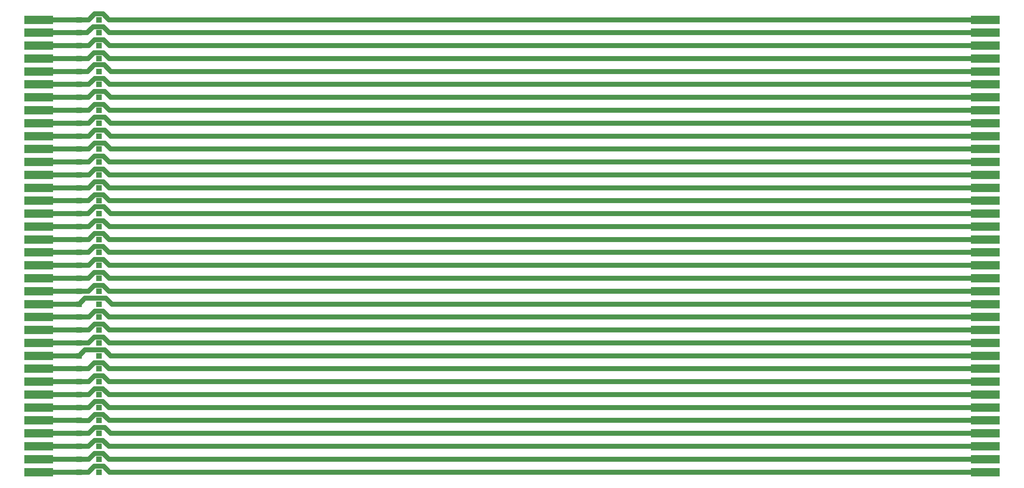
<source format=gbr>
%TF.GenerationSoftware,KiCad,Pcbnew,8.0.2*%
%TF.CreationDate,2024-05-24T22:49:43+02:00*%
%TF.ProjectId,Extender_72pin,45787465-6e64-4657-925f-373270696e2e,rev?*%
%TF.SameCoordinates,Original*%
%TF.FileFunction,Copper,L1,Top*%
%TF.FilePolarity,Positive*%
%FSLAX46Y46*%
G04 Gerber Fmt 4.6, Leading zero omitted, Abs format (unit mm)*
G04 Created by KiCad (PCBNEW 8.0.2) date 2024-05-24 22:49:43*
%MOMM*%
%LPD*%
G01*
G04 APERTURE LIST*
%TA.AperFunction,SMDPad,CuDef*%
%ADD10R,8.800000X2.600000*%
%TD*%
%TA.AperFunction,ComponentPad*%
%ADD11R,1.700000X1.700000*%
%TD*%
%TA.AperFunction,Conductor*%
%ADD12C,1.500000*%
%TD*%
G04 APERTURE END LIST*
D10*
%TO.P,J2,A,Pin_A*%
%TO.N,/A*%
X57400000Y-181500000D03*
%TO.P,J2,B,Pin_B*%
%TO.N,/B*%
X57400000Y-177540000D03*
%TO.P,J2,C,Pin_C*%
%TO.N,/C*%
X57400000Y-173580000D03*
%TO.P,J2,D,Pin_D*%
%TO.N,/D*%
X57400000Y-169620000D03*
%TO.P,J2,E,Pin_E*%
%TO.N,/E*%
X57400000Y-165660000D03*
%TO.P,J2,F,Pin_F*%
%TO.N,/F*%
X57400000Y-161700000D03*
%TO.P,J2,H,Pin_H*%
%TO.N,/H*%
X57400000Y-157740000D03*
%TO.P,J2,J,Pin_J*%
%TO.N,/J*%
X57400000Y-153780000D03*
%TO.P,J2,K,Pin_K*%
%TO.N,/K*%
X57400000Y-149820000D03*
%TO.P,J2,L,Pin_L*%
%TO.N,/L*%
X57400000Y-145860000D03*
%TO.P,J2,M,Pin_M*%
%TO.N,/M*%
X57400000Y-141900000D03*
%TO.P,J2,N,Pin_N*%
%TO.N,/N*%
X57400000Y-137940000D03*
%TO.P,J2,P,Pin_P*%
%TO.N,/P*%
X57400000Y-133980000D03*
%TO.P,J2,R,Pin_R*%
%TO.N,/R*%
X57400000Y-130020000D03*
%TO.P,J2,S,Pin_S*%
%TO.N,/S*%
X57400000Y-126060000D03*
%TO.P,J2,T,Pin_T*%
%TO.N,/T*%
X57400000Y-122100000D03*
%TO.P,J2,U,Pin_U*%
%TO.N,/U*%
X57400000Y-118140000D03*
%TO.P,J2,V,Pin_V*%
%TO.N,/V*%
X57400000Y-114180000D03*
%TO.P,J2,W,Pin_W*%
%TO.N,/W*%
X57400000Y-110220000D03*
%TO.P,J2,X,Pin_X*%
%TO.N,/X*%
X57400000Y-106260000D03*
%TO.P,J2,Y,Pin_Y*%
%TO.N,/Y*%
X57400000Y-102300000D03*
%TO.P,J2,Z,Pin_Z*%
%TO.N,/Z*%
X57400000Y-98340000D03*
%TO.P,J2,~{A},Pin_~{A}*%
%TO.N,/~{A}*%
X57400000Y-94380000D03*
%TO.P,J2,~{B},Pin_~{B}*%
%TO.N,/~{B}*%
X57400000Y-90420000D03*
%TO.P,J2,~{C},Pin_~{C}*%
%TO.N,/~{C}*%
X57400000Y-86460000D03*
%TO.P,J2,~{D},Pin_~{D}*%
%TO.N,/~{D}*%
X57400000Y-82500000D03*
%TO.P,J2,~{E},Pin_~{E}*%
%TO.N,/~{E}*%
X57400000Y-78540000D03*
%TO.P,J2,~{F},Pin_~{F}*%
%TO.N,/~{F}*%
X57400000Y-74580000D03*
%TO.P,J2,~{H},Pin_~{H}*%
%TO.N,/~{H}*%
X57400000Y-70620000D03*
%TO.P,J2,~{J},Pin_~{J}*%
%TO.N,/~{J}*%
X57400000Y-66660000D03*
%TO.P,J2,~{K},Pin_~{K}*%
%TO.N,/~{K}*%
X57400000Y-62700000D03*
%TO.P,J2,~{L},Pin_~{L}*%
%TO.N,/~{L}*%
X57400000Y-58740000D03*
%TO.P,J2,~{M},Pin_~{M}*%
%TO.N,/~{M}*%
X57400000Y-54780000D03*
%TO.P,J2,~{N},Pin_~{N}*%
%TO.N,/~{N}*%
X57400000Y-50820000D03*
%TO.P,J2,~{P},Pin_~{P}*%
%TO.N,/~{P}*%
X57400000Y-46860000D03*
%TO.P,J2,~{R},Pin_~{R}*%
%TO.N,/~{R}*%
X57400000Y-42900000D03*
%TD*%
D11*
%TO.P,J74,1,Pin_1*%
%TO.N,/36*%
X75820000Y-42900000D03*
%TD*%
%TO.P,J54,1,Pin_1*%
%TO.N,/24*%
X75820000Y-90420000D03*
%TD*%
%TO.P,J66,1,Pin_1*%
%TO.N,/~{R}*%
X69730000Y-42900000D03*
%TD*%
%TO.P,J6,1,Pin_1*%
%TO.N,/D*%
X69730000Y-169620000D03*
%TD*%
%TO.P,J73,1,Pin_1*%
%TO.N,/35*%
X75820000Y-46860000D03*
%TD*%
%TO.P,J48,1,Pin_1*%
%TO.N,/18*%
X75820000Y-114180000D03*
%TD*%
%TO.P,J37,1,Pin_1*%
%TO.N,/7*%
X75820000Y-157740000D03*
%TD*%
D10*
%TO.P,J1,A,Pin_A*%
%TO.N,/A*%
X347290000Y-181500000D03*
%TO.P,J1,B,Pin_B*%
%TO.N,/B*%
X347290000Y-177540000D03*
%TO.P,J1,C,Pin_C*%
%TO.N,/C*%
X347290000Y-173580000D03*
%TO.P,J1,D,Pin_D*%
%TO.N,/D*%
X347290000Y-169620000D03*
%TO.P,J1,E,Pin_E*%
%TO.N,/E*%
X347290000Y-165660000D03*
%TO.P,J1,F,Pin_F*%
%TO.N,/F*%
X347290000Y-161700000D03*
%TO.P,J1,H,Pin_H*%
%TO.N,/H*%
X347290000Y-157740000D03*
%TO.P,J1,J,Pin_J*%
%TO.N,/J*%
X347290000Y-153780000D03*
%TO.P,J1,K,Pin_K*%
%TO.N,/K*%
X347290000Y-149820000D03*
%TO.P,J1,L,Pin_L*%
%TO.N,/L*%
X347290000Y-145860000D03*
%TO.P,J1,M,Pin_M*%
%TO.N,/M*%
X347290000Y-141900000D03*
%TO.P,J1,N,Pin_N*%
%TO.N,/N*%
X347290000Y-137940000D03*
%TO.P,J1,P,Pin_P*%
%TO.N,/P*%
X347290000Y-133980000D03*
%TO.P,J1,R,Pin_R*%
%TO.N,/R*%
X347290000Y-130020000D03*
%TO.P,J1,S,Pin_S*%
%TO.N,/S*%
X347290000Y-126060000D03*
%TO.P,J1,T,Pin_T*%
%TO.N,/T*%
X347290000Y-122100000D03*
%TO.P,J1,U,Pin_U*%
%TO.N,/U*%
X347290000Y-118140000D03*
%TO.P,J1,V,Pin_V*%
%TO.N,/V*%
X347290000Y-114180000D03*
%TO.P,J1,W,Pin_W*%
%TO.N,/W*%
X347290000Y-110220000D03*
%TO.P,J1,X,Pin_X*%
%TO.N,/X*%
X347290000Y-106260000D03*
%TO.P,J1,Y,Pin_Y*%
%TO.N,/Y*%
X347290000Y-102300000D03*
%TO.P,J1,Z,Pin_Z*%
%TO.N,/Z*%
X347290000Y-98340000D03*
%TO.P,J1,~{A},Pin_~{A}*%
%TO.N,/~{A}*%
X347290000Y-94380000D03*
%TO.P,J1,~{B},Pin_~{B}*%
%TO.N,/~{B}*%
X347290000Y-90420000D03*
%TO.P,J1,~{C},Pin_~{C}*%
%TO.N,/~{C}*%
X347290000Y-86460000D03*
%TO.P,J1,~{D},Pin_~{D}*%
%TO.N,/~{D}*%
X347290000Y-82500000D03*
%TO.P,J1,~{E},Pin_~{E}*%
%TO.N,/~{E}*%
X347290000Y-78540000D03*
%TO.P,J1,~{F},Pin_~{F}*%
%TO.N,/~{F}*%
X347290000Y-74580000D03*
%TO.P,J1,~{H},Pin_~{H}*%
%TO.N,/~{H}*%
X347290000Y-70620000D03*
%TO.P,J1,~{J},Pin_~{J}*%
%TO.N,/~{J}*%
X347290000Y-66660000D03*
%TO.P,J1,~{K},Pin_~{K}*%
%TO.N,/~{K}*%
X347290000Y-62700000D03*
%TO.P,J1,~{L},Pin_~{L}*%
%TO.N,/~{L}*%
X347290000Y-58740000D03*
%TO.P,J1,~{M},Pin_~{M}*%
%TO.N,/~{M}*%
X347290000Y-54780000D03*
%TO.P,J1,~{N},Pin_~{N}*%
%TO.N,/~{N}*%
X347290000Y-50820000D03*
%TO.P,J1,~{P},Pin_~{P}*%
%TO.N,/~{P}*%
X347290000Y-46860000D03*
%TO.P,J1,~{R},Pin_~{R}*%
%TO.N,/~{R}*%
X347290000Y-42900000D03*
%TD*%
D11*
%TO.P,J3,1,Pin_1*%
%TO.N,/A*%
X69730000Y-181500000D03*
%TD*%
%TO.P,J60,1,Pin_1*%
%TO.N,/~{K}*%
X69730000Y-62700000D03*
%TD*%
%TO.P,J28,1,Pin_1*%
%TO.N,/~{D}*%
X69730000Y-82500000D03*
%TD*%
%TO.P,J61,1,Pin_1*%
%TO.N,/~{L}*%
X69730000Y-58740000D03*
%TD*%
%TO.P,J51,1,Pin_1*%
%TO.N,/21*%
X75820000Y-102300000D03*
%TD*%
%TO.P,J27,1,Pin_1*%
%TO.N,/~{C}*%
X69730000Y-86460000D03*
%TD*%
%TO.P,J35,1,Pin_1*%
%TO.N,/5*%
X75820000Y-165660000D03*
%TD*%
%TO.P,J17,1,Pin_1*%
%TO.N,/S*%
X69730000Y-126060000D03*
%TD*%
%TO.P,J59,1,Pin_1*%
%TO.N,/~{J}*%
X69730000Y-66660000D03*
%TD*%
%TO.P,J55,1,Pin_1*%
%TO.N,/25*%
X75820000Y-86460000D03*
%TD*%
%TO.P,J23,1,Pin_1*%
%TO.N,/Y*%
X69730000Y-102300000D03*
%TD*%
%TO.P,J22,1,Pin_1*%
%TO.N,/X*%
X69730000Y-106260000D03*
%TD*%
%TO.P,J7,1,Pin_1*%
%TO.N,/E*%
X69730000Y-165660000D03*
%TD*%
%TO.P,J67,1,Pin_1*%
%TO.N,/29*%
X75820000Y-70620000D03*
%TD*%
%TO.P,J15,1,Pin_1*%
%TO.N,/P*%
X69730000Y-133980000D03*
%TD*%
%TO.P,J40,1,Pin_1*%
%TO.N,/10*%
X75820000Y-145860000D03*
%TD*%
%TO.P,J65,1,Pin_1*%
%TO.N,/~{F}*%
X69730000Y-74580000D03*
%TD*%
%TO.P,J21,1,Pin_1*%
%TO.N,/W*%
X69730000Y-110220000D03*
%TD*%
%TO.P,J11,1,Pin_1*%
%TO.N,/K*%
X69730000Y-149820000D03*
%TD*%
%TO.P,J68,1,Pin_1*%
%TO.N,/30*%
X75820000Y-66660000D03*
%TD*%
%TO.P,J12,1,Pin_1*%
%TO.N,/L*%
X69730000Y-145860000D03*
%TD*%
%TO.P,J29,1,Pin_1*%
%TO.N,/~{E}*%
X69730000Y-78540000D03*
%TD*%
%TO.P,J49,1,Pin_1*%
%TO.N,/19*%
X75820000Y-110220000D03*
%TD*%
%TO.P,J72,1,Pin_1*%
%TO.N,/34*%
X75820000Y-50820000D03*
%TD*%
%TO.P,J19,1,Pin_1*%
%TO.N,/U*%
X69730000Y-118140000D03*
%TD*%
%TO.P,J39,1,Pin_1*%
%TO.N,/9*%
X75820000Y-149820000D03*
%TD*%
%TO.P,J5,1,Pin_1*%
%TO.N,/C*%
X69730000Y-173580000D03*
%TD*%
%TO.P,J24,1,Pin_1*%
%TO.N,/Z*%
X69730000Y-98340000D03*
%TD*%
%TO.P,J8,1,Pin_1*%
%TO.N,/F*%
X69730000Y-161700000D03*
%TD*%
%TO.P,J38,1,Pin_1*%
%TO.N,/8*%
X75820000Y-153780000D03*
%TD*%
%TO.P,J9,1,Pin_1*%
%TO.N,/H*%
X69730000Y-157740000D03*
%TD*%
%TO.P,J69,1,Pin_1*%
%TO.N,/31*%
X75820000Y-62700000D03*
%TD*%
%TO.P,J71,1,Pin_1*%
%TO.N,/33*%
X75820000Y-54780000D03*
%TD*%
%TO.P,J47,1,Pin_1*%
%TO.N,/17*%
X75820000Y-118140000D03*
%TD*%
%TO.P,J33,1,Pin_1*%
%TO.N,/3*%
X75820000Y-173580000D03*
%TD*%
%TO.P,J13,1,Pin_1*%
%TO.N,/M*%
X69730000Y-141900000D03*
%TD*%
%TO.P,J18,1,Pin_1*%
%TO.N,/T*%
X69730000Y-122100000D03*
%TD*%
%TO.P,J16,1,Pin_1*%
%TO.N,/R*%
X69730000Y-130020000D03*
%TD*%
%TO.P,J36,1,Pin_1*%
%TO.N,/6*%
X75820000Y-161700000D03*
%TD*%
%TO.P,J43,1,Pin_1*%
%TO.N,/13*%
X75820000Y-133980000D03*
%TD*%
%TO.P,J10,1,Pin_1*%
%TO.N,/J*%
X69730000Y-153780000D03*
%TD*%
%TO.P,J32,1,Pin_1*%
%TO.N,/2*%
X75820000Y-177540000D03*
%TD*%
%TO.P,J50,1,Pin_1*%
%TO.N,/20*%
X75820000Y-106260000D03*
%TD*%
%TO.P,J52,1,Pin_1*%
%TO.N,/22*%
X75820000Y-98340000D03*
%TD*%
%TO.P,J44,1,Pin_1*%
%TO.N,/14*%
X75820000Y-130020000D03*
%TD*%
%TO.P,J4,1,Pin_1*%
%TO.N,/B*%
X69730000Y-177540000D03*
%TD*%
%TO.P,J56,1,Pin_1*%
%TO.N,/26*%
X75820000Y-82500000D03*
%TD*%
%TO.P,J25,1,Pin_1*%
%TO.N,/~{A}*%
X69730000Y-94380000D03*
%TD*%
%TO.P,J26,1,Pin_1*%
%TO.N,/~{B}*%
X69730000Y-90420000D03*
%TD*%
%TO.P,J53,1,Pin_1*%
%TO.N,/23*%
X75820000Y-94380000D03*
%TD*%
%TO.P,J63,1,Pin_1*%
%TO.N,/~{N}*%
X69730000Y-50820000D03*
%TD*%
%TO.P,J42,1,Pin_1*%
%TO.N,/12*%
X75820000Y-137940000D03*
%TD*%
%TO.P,J58,1,Pin_1*%
%TO.N,/28*%
X75820000Y-74580000D03*
%TD*%
%TO.P,J57,1,Pin_1*%
%TO.N,/27*%
X75820000Y-78540000D03*
%TD*%
%TO.P,J46,1,Pin_1*%
%TO.N,/16*%
X75820000Y-122100000D03*
%TD*%
%TO.P,J70,1,Pin_1*%
%TO.N,/32*%
X75820000Y-58740000D03*
%TD*%
%TO.P,J41,1,Pin_1*%
%TO.N,/11*%
X75820000Y-141900000D03*
%TD*%
%TO.P,J14,1,Pin_1*%
%TO.N,/N*%
X69730000Y-137940000D03*
%TD*%
%TO.P,J34,1,Pin_1*%
%TO.N,/4*%
X75820000Y-169620000D03*
%TD*%
%TO.P,J45,1,Pin_1*%
%TO.N,/15*%
X75820000Y-126060000D03*
%TD*%
%TO.P,J20,1,Pin_1*%
%TO.N,/V*%
X69730000Y-114180000D03*
%TD*%
%TO.P,J31,1,Pin_1*%
%TO.N,/1*%
X75820000Y-181500000D03*
%TD*%
%TO.P,J64,1,Pin_1*%
%TO.N,/~{P}*%
X69730000Y-46860000D03*
%TD*%
%TO.P,J30,1,Pin_1*%
%TO.N,/~{H}*%
X69730000Y-70620000D03*
%TD*%
%TO.P,J62,1,Pin_1*%
%TO.N,/~{M}*%
X69730000Y-54780000D03*
%TD*%
D12*
%TO.N,/Z*%
X347290000Y-98340000D02*
X79000000Y-98340000D01*
X79000000Y-98340000D02*
X77200000Y-96540000D01*
X72660000Y-98340000D02*
X69730000Y-98340000D01*
X77200000Y-96540000D02*
X74460000Y-96540000D01*
X74460000Y-96540000D02*
X72660000Y-98340000D01*
%TO.N,/X*%
X347290000Y-106260000D02*
X79030000Y-106260000D01*
X77230000Y-104460000D02*
X74550000Y-104460000D01*
X74550000Y-104460000D02*
X72750000Y-106260000D01*
X79030000Y-106260000D02*
X77230000Y-104460000D01*
X72750000Y-106260000D02*
X69730000Y-106260000D01*
%TO.N,/W*%
X347290000Y-110220000D02*
X79000000Y-110220000D01*
X79000000Y-110220000D02*
X77200000Y-108420000D01*
X77200000Y-108420000D02*
X74480000Y-108420000D01*
X72680000Y-110220000D02*
X69730000Y-110220000D01*
X74480000Y-108420000D02*
X72680000Y-110220000D01*
%TO.N,/V*%
X347290000Y-114180000D02*
X78930000Y-114180000D01*
X78930000Y-114180000D02*
X77130000Y-112380000D01*
X77130000Y-112380000D02*
X74430000Y-112380000D01*
X74430000Y-112380000D02*
X72630000Y-114180000D01*
X72630000Y-114180000D02*
X69730000Y-114180000D01*
%TO.N,/U*%
X347290000Y-118140000D02*
X78970000Y-118140000D01*
X78970000Y-118140000D02*
X77170000Y-116340000D01*
X74510000Y-116340000D02*
X72710000Y-118140000D01*
X77170000Y-116340000D02*
X74510000Y-116340000D01*
X72710000Y-118140000D02*
X69730000Y-118140000D01*
%TO.N,/T*%
X347290000Y-122100000D02*
X78970000Y-122100000D01*
X77170000Y-120300000D02*
X74410000Y-120300000D01*
X74410000Y-120300000D02*
X72610000Y-122100000D01*
X72610000Y-122100000D02*
X69730000Y-122100000D01*
X78970000Y-122100000D02*
X77170000Y-120300000D01*
%TO.N,/S*%
X347290000Y-126060000D02*
X78910000Y-126060000D01*
X74440000Y-124260000D02*
X72640000Y-126060000D01*
X78910000Y-126060000D02*
X77110000Y-124260000D01*
X77110000Y-124260000D02*
X74440000Y-124260000D01*
X72640000Y-126060000D02*
X69730000Y-126060000D01*
%TO.N,/P*%
X347290000Y-133980000D02*
X78920000Y-133980000D01*
X78920000Y-133980000D02*
X77120000Y-132180000D01*
X77120000Y-132180000D02*
X74560000Y-132180000D01*
X74560000Y-132180000D02*
X72760000Y-133980000D01*
X72760000Y-133980000D02*
X69730000Y-133980000D01*
%TO.N,/N*%
X347290000Y-137940000D02*
X78970000Y-137940000D01*
X77170000Y-136140000D02*
X74500000Y-136140000D01*
X74500000Y-136140000D02*
X72700000Y-137940000D01*
X72700000Y-137940000D02*
X69730000Y-137940000D01*
X78970000Y-137940000D02*
X77170000Y-136140000D01*
%TO.N,/M*%
X347290000Y-141900000D02*
X78960000Y-141900000D01*
X78960000Y-141900000D02*
X77160000Y-140100000D01*
X77160000Y-140100000D02*
X74410000Y-140100000D01*
X74410000Y-140100000D02*
X72610000Y-141900000D01*
X72610000Y-141900000D02*
X69730000Y-141900000D01*
%TO.N,/K*%
X347290000Y-149820000D02*
X78920000Y-149820000D01*
X77120000Y-148020000D02*
X74430000Y-148020000D01*
X78920000Y-149820000D02*
X77120000Y-148020000D01*
X72630000Y-149820000D02*
X69730000Y-149820000D01*
X74430000Y-148020000D02*
X72630000Y-149820000D01*
%TO.N,/E*%
X347290000Y-165660000D02*
X78950000Y-165660000D01*
X77150000Y-163860000D02*
X74540000Y-163860000D01*
X69760000Y-165690000D02*
X69730000Y-165660000D01*
X78950000Y-165660000D02*
X77150000Y-163860000D01*
X72710000Y-165690000D02*
X69760000Y-165690000D01*
X74540000Y-163860000D02*
X72710000Y-165690000D01*
%TO.N,/F*%
X347290000Y-161700000D02*
X78870000Y-161700000D01*
X77070000Y-159900000D02*
X74550000Y-159900000D01*
X74550000Y-159900000D02*
X72750000Y-161700000D01*
X78870000Y-161700000D02*
X77070000Y-159900000D01*
X72750000Y-161700000D02*
X69730000Y-161700000D01*
%TO.N,/J*%
X347290000Y-153780000D02*
X78940000Y-153780000D01*
X78930000Y-153790000D02*
X77120000Y-151980000D01*
X78940000Y-153780000D02*
X78930000Y-153790000D01*
X77120000Y-151980000D02*
X74530000Y-151980000D01*
X74530000Y-151980000D02*
X72730000Y-153780000D01*
X72730000Y-153780000D02*
X69730000Y-153780000D01*
%TO.N,/H*%
X347290000Y-157740000D02*
X78870000Y-157740000D01*
X74470000Y-155940000D02*
X72670000Y-157740000D01*
X78870000Y-157740000D02*
X77070000Y-155940000D01*
X77070000Y-155940000D02*
X74470000Y-155940000D01*
X72670000Y-157740000D02*
X69730000Y-157740000D01*
%TO.N,/D*%
X347290000Y-169620000D02*
X79420000Y-169620000D01*
X79420000Y-169620000D02*
X77620000Y-167820000D01*
X77620000Y-167820000D02*
X74520000Y-167820000D01*
X74520000Y-167820000D02*
X72720000Y-169620000D01*
X72720000Y-169620000D02*
X69730000Y-169620000D01*
%TO.N,/B*%
X347290000Y-177540000D02*
X78930000Y-177540000D01*
X78930000Y-177540000D02*
X77130000Y-175740000D01*
X77130000Y-175740000D02*
X74490000Y-175740000D01*
X72690000Y-177540000D02*
X69730000Y-177540000D01*
X74490000Y-175740000D02*
X72690000Y-177540000D01*
%TO.N,/C*%
X347290000Y-173580000D02*
X78890000Y-173580000D01*
X78890000Y-173580000D02*
X77070000Y-171760000D01*
X74470000Y-171760000D02*
X72650000Y-173580000D01*
X77070000Y-171760000D02*
X74470000Y-171760000D01*
X72650000Y-173580000D02*
X69730000Y-173580000D01*
%TO.N,/A*%
X347290000Y-181500000D02*
X79040000Y-181500000D01*
X79040000Y-181500000D02*
X77240000Y-179700000D01*
X77240000Y-179700000D02*
X74430000Y-179700000D01*
X74430000Y-179700000D02*
X72630000Y-181500000D01*
X72630000Y-181500000D02*
X69730000Y-181500000D01*
X69730000Y-181500000D02*
X57400000Y-181500000D01*
%TO.N,/B*%
X69730000Y-177540000D02*
X57400000Y-177540000D01*
%TO.N,/C*%
X69730000Y-173580000D02*
X57400000Y-173580000D01*
%TO.N,/D*%
X69730000Y-169620000D02*
X57400000Y-169620000D01*
%TO.N,/E*%
X69730000Y-165660000D02*
X57400000Y-165660000D01*
%TO.N,/F*%
X69730000Y-161700000D02*
X57400000Y-161700000D01*
%TO.N,/H*%
X69730000Y-157740000D02*
X57400000Y-157740000D01*
%TO.N,/J*%
X69730000Y-153780000D02*
X57400000Y-153780000D01*
%TO.N,/K*%
X69730000Y-149820000D02*
X57400000Y-149820000D01*
%TO.N,/L*%
X69730000Y-145860000D02*
X57400000Y-145860000D01*
X347290000Y-145860000D02*
X79420000Y-145860000D01*
X79420000Y-145860000D02*
X77620000Y-144060000D01*
X77620000Y-144060000D02*
X71530000Y-144060000D01*
X71530000Y-144060000D02*
X69730000Y-145860000D01*
%TO.N,/M*%
X69730000Y-141900000D02*
X57400000Y-141900000D01*
%TO.N,/N*%
X69730000Y-137940000D02*
X57400000Y-137940000D01*
%TO.N,/P*%
X69730000Y-133980000D02*
X57400000Y-133980000D01*
%TO.N,/R*%
X69730000Y-130020000D02*
X57400000Y-130020000D01*
X347290000Y-130020000D02*
X79780000Y-130020000D01*
X79780000Y-130020000D02*
X77980000Y-128220000D01*
X77980000Y-128220000D02*
X71530000Y-128220000D01*
X71530000Y-128220000D02*
X69730000Y-130020000D01*
%TO.N,/V*%
X69730000Y-114180000D02*
X57400000Y-114180000D01*
%TO.N,/U*%
X69730000Y-118140000D02*
X57400000Y-118140000D01*
%TO.N,/T*%
X69730000Y-122100000D02*
X57400000Y-122100000D01*
%TO.N,/S*%
X69730000Y-126060000D02*
X57400000Y-126060000D01*
%TO.N,/W*%
X69730000Y-110220000D02*
X57400000Y-110220000D01*
%TO.N,/Z*%
X69730000Y-98340000D02*
X57400000Y-98340000D01*
%TO.N,/Y*%
X69730000Y-102300000D02*
X57400000Y-102300000D01*
%TO.N,/X*%
X69730000Y-106260000D02*
X57400000Y-106260000D01*
%TO.N,/Y*%
X347290000Y-102300000D02*
X79420000Y-102300000D01*
X79420000Y-102300000D02*
X77330000Y-100210000D01*
X77330000Y-100210000D02*
X74650000Y-100210000D01*
X74650000Y-100210000D02*
X72560000Y-102300000D01*
X72560000Y-102300000D02*
X69730000Y-102300000D01*
%TO.N,/~{A}*%
X347290000Y-94380000D02*
X78970000Y-94380000D01*
X78970000Y-94380000D02*
X77170000Y-92580000D01*
X77170000Y-92580000D02*
X74530000Y-92580000D01*
X74530000Y-92580000D02*
X72730000Y-94380000D01*
X72730000Y-94380000D02*
X69730000Y-94380000D01*
%TO.N,/~{B}*%
X347290000Y-90420000D02*
X78970000Y-90420000D01*
X78970000Y-90420000D02*
X77170000Y-88620000D01*
X77170000Y-88620000D02*
X74560000Y-88620000D01*
X74560000Y-88620000D02*
X72760000Y-90420000D01*
X72760000Y-90420000D02*
X69730000Y-90420000D01*
%TO.N,/~{C}*%
X347290000Y-86460000D02*
X78980000Y-86460000D01*
X78980000Y-86460000D02*
X77180000Y-84660000D01*
X77180000Y-84660000D02*
X74530000Y-84660000D01*
X74530000Y-84660000D02*
X72730000Y-86460000D01*
X72730000Y-86460000D02*
X69730000Y-86460000D01*
%TO.N,/~{H}*%
X347290000Y-70620000D02*
X79040000Y-70620000D01*
X72730000Y-70620000D02*
X69730000Y-70620000D01*
X79040000Y-70620000D02*
X77240000Y-68820000D01*
X77240000Y-68820000D02*
X74530000Y-68820000D01*
X74530000Y-68820000D02*
X72730000Y-70620000D01*
%TO.N,/~{K}*%
X347290000Y-62700000D02*
X79050000Y-62700000D01*
X72740000Y-62700000D02*
X69730000Y-62700000D01*
X79050000Y-62700000D02*
X77250000Y-60900000D01*
X77250000Y-60900000D02*
X74540000Y-60900000D01*
X74540000Y-60900000D02*
X72740000Y-62700000D01*
%TO.N,/~{M}*%
X347290000Y-54780000D02*
X78990000Y-54780000D01*
X78990000Y-54780000D02*
X77190000Y-52980000D01*
X72520000Y-54780000D02*
X69730000Y-54780000D01*
X77190000Y-52980000D02*
X74320000Y-52980000D01*
X74320000Y-52980000D02*
X72520000Y-54780000D01*
%TO.N,/~{N}*%
X347290000Y-50820000D02*
X79040000Y-50820000D01*
X79040000Y-50820000D02*
X77240000Y-49020000D01*
X74520000Y-49020000D02*
X72720000Y-50820000D01*
X77240000Y-49020000D02*
X74520000Y-49020000D01*
X72720000Y-50820000D02*
X69730000Y-50820000D01*
%TO.N,/~{P}*%
X69730000Y-46860000D02*
X72220000Y-46860000D01*
X77190000Y-45050000D02*
X79000000Y-46860000D01*
X72220000Y-46860000D02*
X74030000Y-45050000D01*
X74030000Y-45050000D02*
X77190000Y-45050000D01*
X79000000Y-46860000D02*
X347290000Y-46860000D01*
%TO.N,/~{R}*%
X347290000Y-42900000D02*
X78930000Y-42900000D01*
X77130000Y-41100000D02*
X74530000Y-41100000D01*
X72730000Y-42900000D02*
X69730000Y-42900000D01*
X78930000Y-42900000D02*
X77130000Y-41100000D01*
X74530000Y-41100000D02*
X72730000Y-42900000D01*
%TO.N,/~{J}*%
X347290000Y-66660000D02*
X79420000Y-66660000D01*
X79420000Y-66660000D02*
X77620000Y-64860000D01*
X77620000Y-64860000D02*
X74420000Y-64860000D01*
X74420000Y-64860000D02*
X72620000Y-66660000D01*
X72620000Y-66660000D02*
X69730000Y-66660000D01*
%TO.N,/~{F}*%
X347290000Y-74580000D02*
X79420000Y-74580000D01*
X79420000Y-74580000D02*
X77620000Y-72780000D01*
X74500000Y-72780000D02*
X72700000Y-74580000D01*
X72700000Y-74580000D02*
X69730000Y-74580000D01*
X77620000Y-72780000D02*
X74500000Y-72780000D01*
%TO.N,/~{E}*%
X347290000Y-78540000D02*
X79420000Y-78540000D01*
X79420000Y-78540000D02*
X77620000Y-76740000D01*
X77620000Y-76740000D02*
X74480000Y-76740000D01*
X74480000Y-76740000D02*
X72680000Y-78540000D01*
X72680000Y-78540000D02*
X69730000Y-78540000D01*
%TO.N,/~{D}*%
X347290000Y-82500000D02*
X79420000Y-82500000D01*
X79420000Y-82500000D02*
X77620000Y-80700000D01*
X77620000Y-80700000D02*
X74480000Y-80700000D01*
X74480000Y-80700000D02*
X72680000Y-82500000D01*
X72680000Y-82500000D02*
X69730000Y-82500000D01*
%TO.N,/~{A}*%
X57400000Y-94380000D02*
X69730000Y-94380000D01*
%TO.N,/~{B}*%
X57400000Y-90420000D02*
X69730000Y-90420000D01*
%TO.N,/~{C}*%
X57400000Y-86460000D02*
X69730000Y-86460000D01*
%TO.N,/~{D}*%
X57400000Y-82500000D02*
X69730000Y-82500000D01*
%TO.N,/~{E}*%
X57400000Y-78540000D02*
X69730000Y-78540000D01*
%TO.N,/~{F}*%
X69730000Y-74580000D02*
X57400000Y-74580000D01*
%TO.N,/~{H}*%
X69730000Y-70620000D02*
X57400000Y-70620000D01*
%TO.N,/~{K}*%
X69730000Y-62700000D02*
X57400000Y-62700000D01*
%TO.N,/~{J}*%
X69730000Y-66660000D02*
X57400000Y-66660000D01*
%TO.N,/~{M}*%
X57400000Y-54780000D02*
X69730000Y-54780000D01*
%TO.N,/~{L}*%
X69730000Y-58740000D02*
X57400000Y-58740000D01*
X347290000Y-58740000D02*
X79490000Y-58740000D01*
X79490000Y-58740000D02*
X77430000Y-56680000D01*
X77430000Y-56680000D02*
X74420000Y-56680000D01*
X74420000Y-56680000D02*
X72360000Y-58740000D01*
X72360000Y-58740000D02*
X69730000Y-58740000D01*
%TO.N,/~{N}*%
X69730000Y-50820000D02*
X57400000Y-50820000D01*
%TO.N,/~{P}*%
X57400000Y-46860000D02*
X69730000Y-46860000D01*
%TO.N,/~{R}*%
X57400000Y-42900000D02*
X69730000Y-42900000D01*
%TD*%
M02*

</source>
